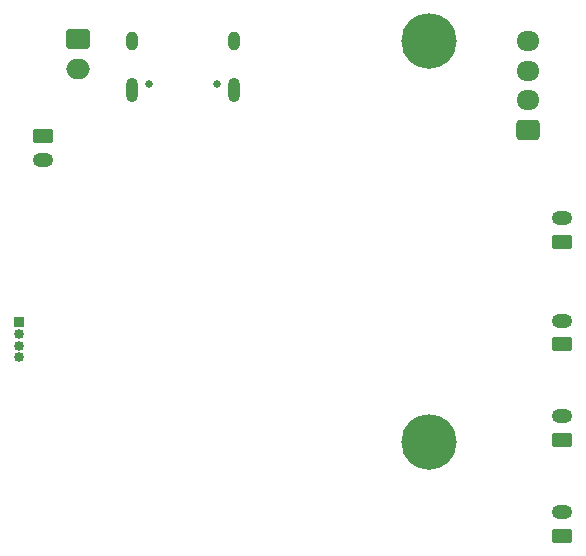
<source format=gbr>
%TF.GenerationSoftware,KiCad,Pcbnew,(6.0.7)*%
%TF.CreationDate,2023-08-26T21:57:55+08:00*%
%TF.ProjectId,ESP32_C3_motor_driver_V4,45535033-325f-4433-935f-6d6f746f725f,rev?*%
%TF.SameCoordinates,PX5ae29a0PY2d4cae0*%
%TF.FileFunction,Soldermask,Bot*%
%TF.FilePolarity,Negative*%
%FSLAX46Y46*%
G04 Gerber Fmt 4.6, Leading zero omitted, Abs format (unit mm)*
G04 Created by KiCad (PCBNEW (6.0.7)) date 2023-08-26 21:57:55*
%MOMM*%
%LPD*%
G01*
G04 APERTURE LIST*
G04 Aperture macros list*
%AMRoundRect*
0 Rectangle with rounded corners*
0 $1 Rounding radius*
0 $2 $3 $4 $5 $6 $7 $8 $9 X,Y pos of 4 corners*
0 Add a 4 corners polygon primitive as box body*
4,1,4,$2,$3,$4,$5,$6,$7,$8,$9,$2,$3,0*
0 Add four circle primitives for the rounded corners*
1,1,$1+$1,$2,$3*
1,1,$1+$1,$4,$5*
1,1,$1+$1,$6,$7*
1,1,$1+$1,$8,$9*
0 Add four rect primitives between the rounded corners*
20,1,$1+$1,$2,$3,$4,$5,0*
20,1,$1+$1,$4,$5,$6,$7,0*
20,1,$1+$1,$6,$7,$8,$9,0*
20,1,$1+$1,$8,$9,$2,$3,0*%
G04 Aperture macros list end*
%ADD10C,4.700000*%
%ADD11RoundRect,0.250000X0.725000X-0.600000X0.725000X0.600000X-0.725000X0.600000X-0.725000X-0.600000X0*%
%ADD12O,1.950000X1.700000*%
%ADD13RoundRect,0.250000X-0.625000X0.350000X-0.625000X-0.350000X0.625000X-0.350000X0.625000X0.350000X0*%
%ADD14O,1.750000X1.200000*%
%ADD15RoundRect,0.250000X0.625000X-0.350000X0.625000X0.350000X-0.625000X0.350000X-0.625000X-0.350000X0*%
%ADD16RoundRect,0.250000X-0.750000X0.600000X-0.750000X-0.600000X0.750000X-0.600000X0.750000X0.600000X0*%
%ADD17O,2.000000X1.700000*%
%ADD18C,0.650000*%
%ADD19O,1.000000X1.600000*%
%ADD20O,1.000000X2.100000*%
%ADD21R,0.850000X0.850000*%
%ADD22O,0.850000X0.850000*%
G04 APERTURE END LIST*
D10*
%TO.C,REF\u002A\u002A*%
X39700000Y-37500000D03*
%TD*%
%TO.C,REF\u002A\u002A*%
X39700000Y-3500000D03*
%TD*%
D11*
%TO.C,J10*%
X48050000Y-11050000D03*
D12*
X48050000Y-8550000D03*
X48050000Y-6050000D03*
X48050000Y-3550000D03*
%TD*%
D13*
%TO.C,J5*%
X7050000Y-11600000D03*
D14*
X7050000Y-13600000D03*
%TD*%
D15*
%TO.C,J4*%
X50950000Y-20500000D03*
D14*
X50950000Y-18500000D03*
%TD*%
D15*
%TO.C,J6*%
X50950000Y-29200000D03*
D14*
X50950000Y-27200000D03*
%TD*%
D16*
%TO.C,J1*%
X9950000Y-3350000D03*
D17*
X9950000Y-5850000D03*
%TD*%
D15*
%TO.C,J9*%
X50950000Y-45400000D03*
D14*
X50950000Y-43400000D03*
%TD*%
D18*
%TO.C,J2*%
X21790000Y-7137500D03*
X16010000Y-7137500D03*
D19*
X14580000Y-3487500D03*
D20*
X23220000Y-7667500D03*
D19*
X23220000Y-3487500D03*
D20*
X14580000Y-7667500D03*
%TD*%
D21*
%TO.C,J3*%
X4990000Y-27300000D03*
D22*
X4990000Y-28300000D03*
X4990000Y-29300000D03*
X4990000Y-30300000D03*
%TD*%
D15*
%TO.C,J8*%
X50950000Y-37300000D03*
D14*
X50950000Y-35300000D03*
%TD*%
M02*

</source>
